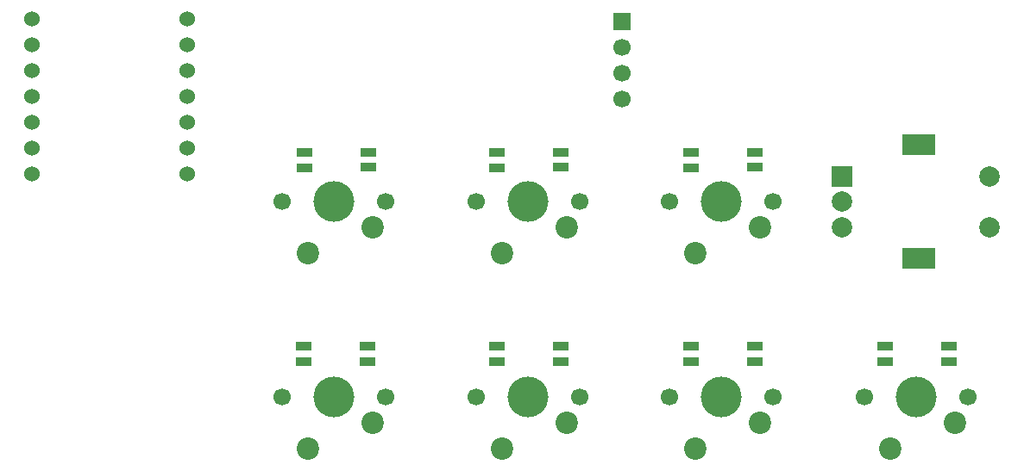
<source format=gbs>
%TF.GenerationSoftware,KiCad,Pcbnew,9.0.6*%
%TF.CreationDate,2025-12-23T12:32:36-05:00*%
%TF.ProjectId,astrapad,61737472-6170-4616-942e-6b696361645f,rev?*%
%TF.SameCoordinates,Original*%
%TF.FileFunction,Soldermask,Bot*%
%TF.FilePolarity,Negative*%
%FSLAX46Y46*%
G04 Gerber Fmt 4.6, Leading zero omitted, Abs format (unit mm)*
G04 Created by KiCad (PCBNEW 9.0.6) date 2025-12-23 12:32:36*
%MOMM*%
%LPD*%
G01*
G04 APERTURE LIST*
G04 Aperture macros list*
%AMRoundRect*
0 Rectangle with rounded corners*
0 $1 Rounding radius*
0 $2 $3 $4 $5 $6 $7 $8 $9 X,Y pos of 4 corners*
0 Add a 4 corners polygon primitive as box body*
4,1,4,$2,$3,$4,$5,$6,$7,$8,$9,$2,$3,0*
0 Add four circle primitives for the rounded corners*
1,1,$1+$1,$2,$3*
1,1,$1+$1,$4,$5*
1,1,$1+$1,$6,$7*
1,1,$1+$1,$8,$9*
0 Add four rect primitives between the rounded corners*
20,1,$1+$1,$2,$3,$4,$5,0*
20,1,$1+$1,$4,$5,$6,$7,0*
20,1,$1+$1,$6,$7,$8,$9,0*
20,1,$1+$1,$8,$9,$2,$3,0*%
G04 Aperture macros list end*
%ADD10C,1.700000*%
%ADD11C,4.000000*%
%ADD12C,2.200000*%
%ADD13RoundRect,0.082000X0.718000X-0.328000X0.718000X0.328000X-0.718000X0.328000X-0.718000X-0.328000X0*%
%ADD14R,2.000000X2.000000*%
%ADD15C,2.000000*%
%ADD16R,3.200000X2.000000*%
%ADD17C,1.524000*%
%ADD18R,1.700000X1.700000*%
G04 APERTURE END LIST*
D10*
%TO.C,SW5*%
X37280000Y-40040000D03*
D11*
X32200000Y-40040000D03*
D10*
X27120000Y-40040000D03*
D12*
X29660000Y-45120000D03*
X36010000Y-42580000D03*
%TD*%
D10*
%TO.C,SW1*%
X37280000Y-20840000D03*
D11*
X32200000Y-20840000D03*
D10*
X27120000Y-20840000D03*
D12*
X29660000Y-25920000D03*
X36010000Y-23380000D03*
%TD*%
D10*
%TO.C,SW8*%
X94380000Y-40040000D03*
D11*
X89300000Y-40040000D03*
D10*
X84220000Y-40040000D03*
D12*
X86760000Y-45120000D03*
X93110000Y-42580000D03*
%TD*%
D13*
%TO.C,D14*%
X73462500Y-36556733D03*
X73462500Y-35056733D03*
X67182500Y-35066733D03*
X67182500Y-36566733D03*
%TD*%
D10*
%TO.C,SW7*%
X75290000Y-40040000D03*
D11*
X70210000Y-40040000D03*
D10*
X65130000Y-40040000D03*
D12*
X67670000Y-45120000D03*
X74020000Y-42580000D03*
%TD*%
D10*
%TO.C,SW2*%
X56290000Y-20840000D03*
D11*
X51210000Y-20840000D03*
D10*
X46130000Y-20840000D03*
D12*
X48670000Y-25920000D03*
X55020000Y-23380000D03*
%TD*%
D10*
%TO.C,SW3*%
X75290000Y-20840000D03*
D11*
X70210000Y-20840000D03*
D10*
X65130000Y-20840000D03*
D12*
X67670000Y-25920000D03*
X74020000Y-23380000D03*
%TD*%
D13*
%TO.C,D10*%
X35552500Y-17476733D03*
X35552500Y-15976733D03*
X29272500Y-15986733D03*
X29272500Y-17486733D03*
%TD*%
D10*
%TO.C,SW6*%
X56290000Y-40040000D03*
D11*
X51210000Y-40040000D03*
D10*
X46130000Y-40040000D03*
D12*
X48670000Y-45120000D03*
X55020000Y-42580000D03*
%TD*%
D14*
%TO.C,SW13*%
X82050000Y-18340000D03*
D15*
X82050000Y-23340000D03*
X82050000Y-20840000D03*
D16*
X89550000Y-15240000D03*
X89550000Y-26440000D03*
D15*
X96550000Y-23340000D03*
X96550000Y-18340000D03*
%TD*%
D13*
%TO.C,D11*%
X54462500Y-17476733D03*
X54462500Y-15976733D03*
X48182500Y-15986733D03*
X48182500Y-17486733D03*
%TD*%
D17*
%TO.C,U1*%
X2551810Y-2843267D03*
X2551810Y-5383267D03*
X2551810Y-7923267D03*
X2551810Y-10463267D03*
X2551810Y-13003267D03*
X2551810Y-15543267D03*
X2551810Y-18083267D03*
X17791810Y-18083267D03*
X17791810Y-15543267D03*
X17791810Y-13003267D03*
X17791810Y-10463267D03*
X17791810Y-7923267D03*
X17791810Y-5383267D03*
X17791810Y-2843267D03*
%TD*%
D13*
%TO.C,D12*%
X73462500Y-17476733D03*
X73462500Y-15976733D03*
X67182500Y-15986733D03*
X67182500Y-17486733D03*
%TD*%
%TO.C,D13*%
X92552500Y-36556733D03*
X92552500Y-35056733D03*
X86272500Y-35066733D03*
X86272500Y-36566733D03*
%TD*%
%TO.C,D15*%
X54462500Y-36556733D03*
X54462500Y-35056733D03*
X48182500Y-35066733D03*
X48182500Y-36566733D03*
%TD*%
%TO.C,D16*%
X35452500Y-36556733D03*
X35452500Y-35056733D03*
X29172500Y-35066733D03*
X29172500Y-36566733D03*
%TD*%
D18*
%TO.C,J1*%
X60476750Y-3128250D03*
D10*
X60476750Y-5668250D03*
X60476750Y-8208250D03*
X60476750Y-10748250D03*
%TD*%
M02*

</source>
